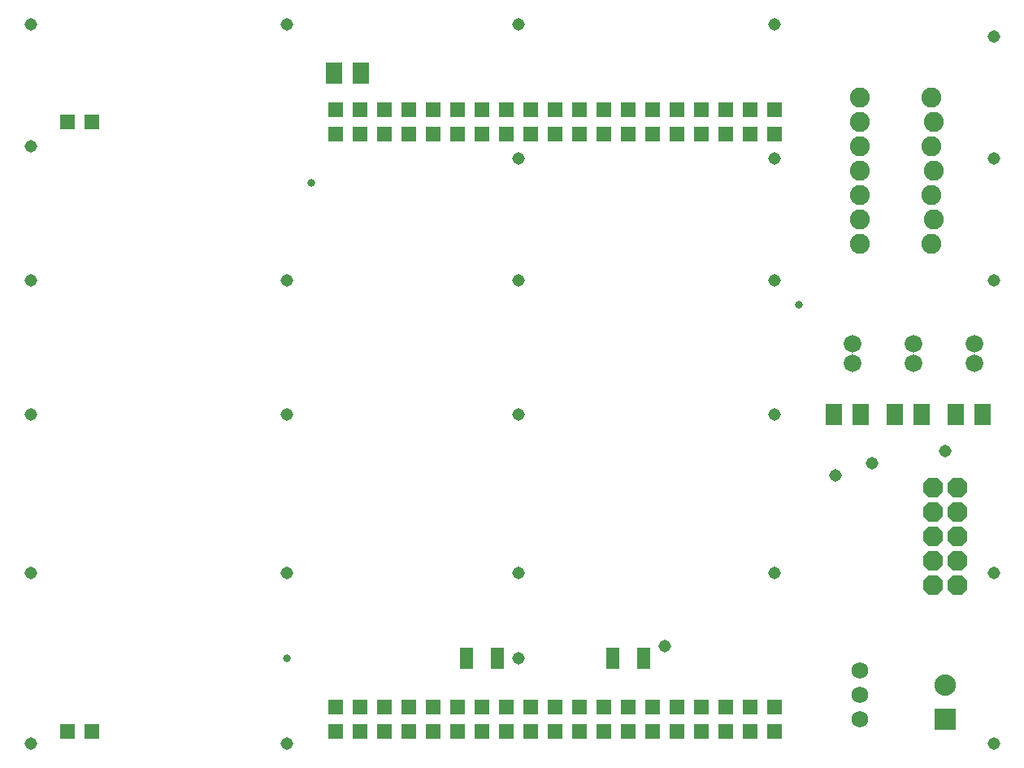
<source format=gts>
G75*
G70*
%OFA0B0*%
%FSLAX24Y24*%
%IPPOS*%
%LPD*%
%AMOC8*
5,1,8,0,0,1.08239X$1,22.5*
%
%ADD10R,0.0595X0.0595*%
%ADD11C,0.0316*%
%ADD12C,0.0820*%
%ADD13R,0.0710X0.0867*%
%ADD14C,0.0680*%
%ADD15OC8,0.0820*%
%ADD16R,0.0880X0.0880*%
%ADD17C,0.0880*%
%ADD18C,0.0720*%
%ADD19R,0.0552X0.0867*%
%ADD20C,0.0516*%
D10*
X003100Y001600D03*
X004100Y001600D03*
X014100Y001600D03*
X015100Y001600D03*
X016100Y001600D03*
X016100Y002600D03*
X015100Y002600D03*
X014100Y002600D03*
X017100Y002600D03*
X018100Y002600D03*
X019100Y002600D03*
X019100Y001600D03*
X018100Y001600D03*
X017100Y001600D03*
X020100Y001600D03*
X021100Y001600D03*
X022100Y001600D03*
X022100Y002600D03*
X021100Y002600D03*
X020100Y002600D03*
X023100Y002600D03*
X024100Y002600D03*
X025100Y002600D03*
X025100Y001600D03*
X024100Y001600D03*
X023100Y001600D03*
X026100Y001600D03*
X027100Y001600D03*
X028100Y001600D03*
X028100Y002600D03*
X027100Y002600D03*
X026100Y002600D03*
X029100Y002600D03*
X030100Y002600D03*
X031100Y002600D03*
X031100Y001600D03*
X030100Y001600D03*
X029100Y001600D03*
X032100Y001600D03*
X032100Y002600D03*
X032100Y026100D03*
X032100Y027100D03*
X031100Y027100D03*
X030100Y027100D03*
X029100Y027100D03*
X029100Y026100D03*
X030100Y026100D03*
X031100Y026100D03*
X028100Y026100D03*
X027100Y026100D03*
X026100Y026100D03*
X026100Y027100D03*
X027100Y027100D03*
X028100Y027100D03*
X025100Y027100D03*
X024100Y027100D03*
X023100Y027100D03*
X023100Y026100D03*
X024100Y026100D03*
X025100Y026100D03*
X022100Y026100D03*
X021100Y026100D03*
X020100Y026100D03*
X020100Y027100D03*
X021100Y027100D03*
X022100Y027100D03*
X019100Y027100D03*
X018100Y027100D03*
X017100Y027100D03*
X017100Y026100D03*
X018100Y026100D03*
X019100Y026100D03*
X016100Y026100D03*
X015100Y026100D03*
X014100Y026100D03*
X014100Y027100D03*
X015100Y027100D03*
X016100Y027100D03*
X004100Y026600D03*
X003100Y026600D03*
D11*
X013100Y024100D03*
X033100Y019100D03*
X012100Y004600D03*
D12*
X035600Y021600D03*
X035600Y022600D03*
X035600Y023600D03*
X035600Y024600D03*
X035600Y025600D03*
X035600Y026600D03*
X035600Y027600D03*
X038550Y027600D03*
X038650Y026600D03*
X038550Y025600D03*
X038650Y024600D03*
X038550Y023600D03*
X038650Y022600D03*
X038550Y021600D03*
D13*
X038151Y014600D03*
X037049Y014600D03*
X035651Y014600D03*
X034549Y014600D03*
X039549Y014600D03*
X040651Y014600D03*
X015151Y028600D03*
X014049Y028600D03*
D14*
X035600Y004100D03*
X035600Y003100D03*
X035600Y002100D03*
D15*
X038600Y007600D03*
X039600Y007600D03*
X039600Y008600D03*
X038600Y008600D03*
X038600Y009600D03*
X039600Y009600D03*
X039600Y010600D03*
X038600Y010600D03*
X038600Y011600D03*
X039600Y011600D03*
D16*
X039100Y002100D03*
D17*
X039100Y003478D03*
D18*
X040317Y016706D03*
X040317Y017494D03*
X037817Y017494D03*
X037817Y016706D03*
X035317Y016706D03*
X035317Y017494D03*
D19*
X026730Y004600D03*
X025470Y004600D03*
X020730Y004600D03*
X019470Y004600D03*
D20*
X001600Y001100D03*
X001600Y008100D03*
X001600Y014600D03*
X001600Y020100D03*
X001600Y025600D03*
X001600Y030600D03*
X012100Y030600D03*
X021600Y030600D03*
X021600Y025100D03*
X021600Y020100D03*
X021600Y014600D03*
X021600Y008100D03*
X021600Y004600D03*
X027600Y005100D03*
X032100Y008100D03*
X034600Y012100D03*
X036100Y012600D03*
X039100Y013100D03*
X041100Y008100D03*
X032100Y014600D03*
X032100Y020100D03*
X032100Y025100D03*
X032100Y030600D03*
X041100Y030100D03*
X041100Y025100D03*
X041100Y020100D03*
X041100Y001100D03*
X012100Y001100D03*
X012100Y008100D03*
X012100Y014600D03*
X012100Y020100D03*
M02*

</source>
